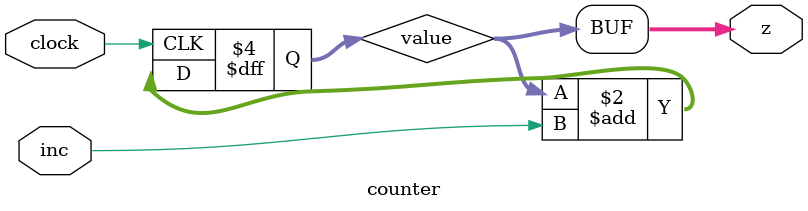
<source format=v>
module counter(
    input inc,
    input clock,
    output [0:N-1] z
);
    parameter N = 8;

    reg [0:N-1] value;

    initial
        value = 0;

    always @(posedge clock) begin
        value = value + inc;
    end

    assign
        z = value;

endmodule // counter
</source>
